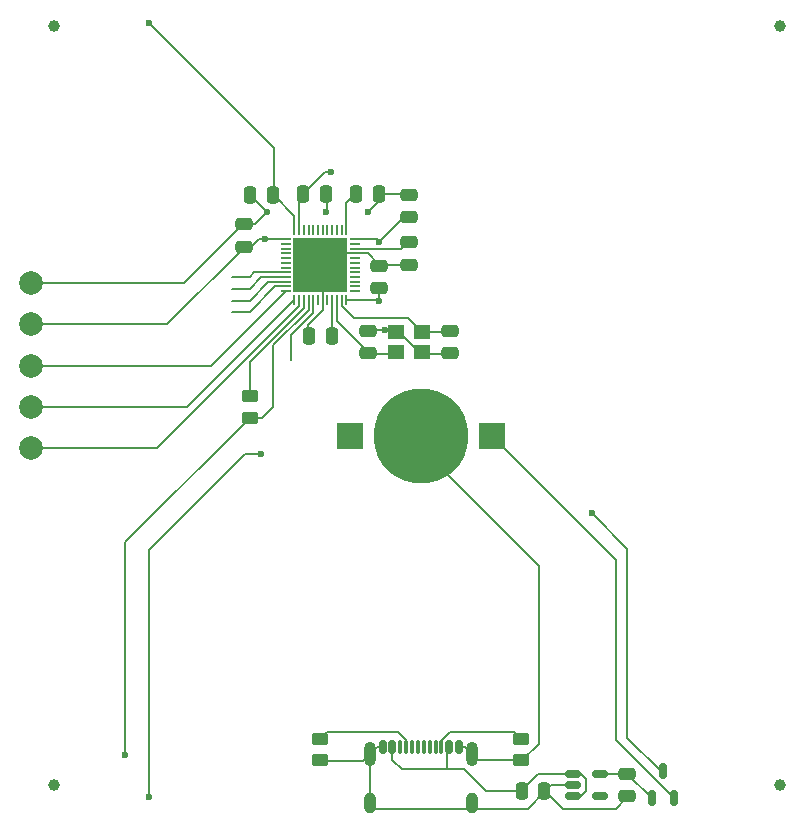
<source format=gbr>
%TF.GenerationSoftware,KiCad,Pcbnew,8.0.5-8.0.5-0~ubuntu24.04.1*%
%TF.CreationDate,2024-10-21T14:47:56+05:00*%
%TF.ProjectId,solartap_mcu_clear_60x60_g400,736f6c61-7274-4617-905f-6d63755f636c,rev?*%
%TF.SameCoordinates,Original*%
%TF.FileFunction,Copper,L1,Top*%
%TF.FilePolarity,Positive*%
%FSLAX46Y46*%
G04 Gerber Fmt 4.6, Leading zero omitted, Abs format (unit mm)*
G04 Created by KiCad (PCBNEW 8.0.5-8.0.5-0~ubuntu24.04.1) date 2024-10-21 14:47:56*
%MOMM*%
%LPD*%
G01*
G04 APERTURE LIST*
G04 Aperture macros list*
%AMRoundRect*
0 Rectangle with rounded corners*
0 $1 Rounding radius*
0 $2 $3 $4 $5 $6 $7 $8 $9 X,Y pos of 4 corners*
0 Add a 4 corners polygon primitive as box body*
4,1,4,$2,$3,$4,$5,$6,$7,$8,$9,$2,$3,0*
0 Add four circle primitives for the rounded corners*
1,1,$1+$1,$2,$3*
1,1,$1+$1,$4,$5*
1,1,$1+$1,$6,$7*
1,1,$1+$1,$8,$9*
0 Add four rect primitives between the rounded corners*
20,1,$1+$1,$2,$3,$4,$5,0*
20,1,$1+$1,$4,$5,$6,$7,0*
20,1,$1+$1,$6,$7,$8,$9,0*
20,1,$1+$1,$8,$9,$2,$3,0*%
G04 Aperture macros list end*
%TA.AperFunction,SMDPad,CuDef*%
%ADD10C,1.000000*%
%TD*%
%TA.AperFunction,SMDPad,CuDef*%
%ADD11C,2.000000*%
%TD*%
%TA.AperFunction,SMDPad,CuDef*%
%ADD12RoundRect,0.250000X0.475000X-0.250000X0.475000X0.250000X-0.475000X0.250000X-0.475000X-0.250000X0*%
%TD*%
%TA.AperFunction,SMDPad,CuDef*%
%ADD13RoundRect,0.250000X-0.250000X-0.475000X0.250000X-0.475000X0.250000X0.475000X-0.250000X0.475000X0*%
%TD*%
%TA.AperFunction,SMDPad,CuDef*%
%ADD14R,2.200000X2.200000*%
%TD*%
%TA.AperFunction,SMDPad,CuDef*%
%ADD15C,8.000000*%
%TD*%
%TA.AperFunction,SMDPad,CuDef*%
%ADD16RoundRect,0.250000X-0.450000X0.262500X-0.450000X-0.262500X0.450000X-0.262500X0.450000X0.262500X0*%
%TD*%
%TA.AperFunction,SMDPad,CuDef*%
%ADD17RoundRect,0.250000X0.250000X0.475000X-0.250000X0.475000X-0.250000X-0.475000X0.250000X-0.475000X0*%
%TD*%
%TA.AperFunction,SMDPad,CuDef*%
%ADD18RoundRect,0.250000X-0.475000X0.250000X-0.475000X-0.250000X0.475000X-0.250000X0.475000X0.250000X0*%
%TD*%
%TA.AperFunction,SMDPad,CuDef*%
%ADD19RoundRect,0.150000X-0.150000X-0.425000X0.150000X-0.425000X0.150000X0.425000X-0.150000X0.425000X0*%
%TD*%
%TA.AperFunction,SMDPad,CuDef*%
%ADD20RoundRect,0.075000X-0.075000X-0.500000X0.075000X-0.500000X0.075000X0.500000X-0.075000X0.500000X0*%
%TD*%
%TA.AperFunction,ComponentPad*%
%ADD21O,1.000000X2.100000*%
%TD*%
%TA.AperFunction,ComponentPad*%
%ADD22O,1.000000X1.800000*%
%TD*%
%TA.AperFunction,SMDPad,CuDef*%
%ADD23RoundRect,0.050000X-0.050000X0.350000X-0.050000X-0.350000X0.050000X-0.350000X0.050000X0.350000X0*%
%TD*%
%TA.AperFunction,SMDPad,CuDef*%
%ADD24RoundRect,0.050000X-0.350000X0.050000X-0.350000X-0.050000X0.350000X-0.050000X0.350000X0.050000X0*%
%TD*%
%TA.AperFunction,HeatsinkPad*%
%ADD25R,4.600000X4.600000*%
%TD*%
%TA.AperFunction,SMDPad,CuDef*%
%ADD26R,1.400000X1.200000*%
%TD*%
%TA.AperFunction,SMDPad,CuDef*%
%ADD27RoundRect,0.250000X0.450000X-0.262500X0.450000X0.262500X-0.450000X0.262500X-0.450000X-0.262500X0*%
%TD*%
%TA.AperFunction,SMDPad,CuDef*%
%ADD28RoundRect,0.150000X-0.512500X-0.150000X0.512500X-0.150000X0.512500X0.150000X-0.512500X0.150000X0*%
%TD*%
%TA.AperFunction,SMDPad,CuDef*%
%ADD29RoundRect,0.150000X0.150000X-0.512500X0.150000X0.512500X-0.150000X0.512500X-0.150000X-0.512500X0*%
%TD*%
%TA.AperFunction,ViaPad*%
%ADD30C,0.600000*%
%TD*%
%TA.AperFunction,Conductor*%
%ADD31C,0.200000*%
%TD*%
G04 APERTURE END LIST*
D10*
%TO.P,REF\u002A\u002A,*%
%TO.N,*%
X125452000Y-42754000D03*
%TD*%
%TO.P,REF\u002A\u002A,*%
%TO.N,*%
X63984000Y-107016000D03*
%TD*%
%TO.P,REF\u002A\u002A,*%
%TO.N,*%
X125452000Y-107016000D03*
%TD*%
%TO.P,REF\u002A\u002A,*%
%TO.N,*%
X63984000Y-42754000D03*
%TD*%
D11*
%TO.P,TP1,1,1*%
%TO.N,Net-(U1-SWDIO)*%
X62000000Y-78500000D03*
%TD*%
D12*
%TO.P,C5,1*%
%TO.N,+3.3V*%
X80000000Y-61450000D03*
%TO.P,C5,2*%
%TO.N,GND*%
X80000000Y-59550000D03*
%TD*%
%TO.P,C4,1*%
%TO.N,+3.3V*%
X94000000Y-58950000D03*
%TO.P,C4,2*%
%TO.N,GND*%
X94000000Y-57050000D03*
%TD*%
%TO.P,C3,1*%
%TO.N,+3.3V*%
X91500000Y-64950000D03*
%TO.P,C3,2*%
%TO.N,GND*%
X91500000Y-63050000D03*
%TD*%
D11*
%TO.P,TP2,1,1*%
%TO.N,Net-(U1-SWDCLK)*%
X62000000Y-75000000D03*
%TD*%
D13*
%TO.P,C12,1*%
%TO.N,Net-(U2-EN)*%
X103550000Y-107500000D03*
%TO.P,C12,2*%
%TO.N,GND*%
X105450000Y-107500000D03*
%TD*%
D11*
%TO.P,TP3,1,1*%
%TO.N,Net-(U1-P0.21{slash}~{RESET})*%
X62000000Y-71500000D03*
%TD*%
D14*
%TO.P,BT1,1,+*%
%TO.N,Net-(BT1-+)*%
X89000000Y-77500000D03*
X101000000Y-77500000D03*
D15*
%TO.P,BT1,2,-*%
%TO.N,GND*%
X95000000Y-77500000D03*
%TD*%
D16*
%TO.P,R1,1*%
%TO.N,Net-(U1-P0.22)*%
X80500000Y-74087500D03*
%TO.P,R1,2*%
%TO.N,Net-(D1-K)*%
X80500000Y-75912500D03*
%TD*%
D17*
%TO.P,C10,1*%
%TO.N,Net-(U1-NFC1{slash}P0.09)*%
X82450000Y-57030000D03*
%TO.P,C10,2*%
%TO.N,GND*%
X80550000Y-57030000D03*
%TD*%
D13*
%TO.P,C8,1*%
%TO.N,Net-(U1-DEC1)*%
X89550000Y-57000000D03*
%TO.P,C8,2*%
%TO.N,GND*%
X91450000Y-57000000D03*
%TD*%
D18*
%TO.P,C11,1*%
%TO.N,Net-(U2-OUT)*%
X112500000Y-106050000D03*
%TO.P,C11,2*%
%TO.N,GND*%
X112500000Y-107950000D03*
%TD*%
D19*
%TO.P,J1,A1,GND*%
%TO.N,GND*%
X91800000Y-103820000D03*
%TO.P,J1,A4,VBUS*%
%TO.N,Net-(U2-EN)*%
X92600000Y-103820000D03*
D20*
%TO.P,J1,A5,CC1*%
%TO.N,Net-(J1-CC1)*%
X93750000Y-103820000D03*
%TO.P,J1,A6,D+*%
%TO.N,unconnected-(J1-D+-PadA6)*%
X94750000Y-103820000D03*
%TO.P,J1,A7,D-*%
%TO.N,unconnected-(J1-D--PadA7)*%
X95250000Y-103820000D03*
%TO.P,J1,A8,SBU1*%
%TO.N,unconnected-(J1-SBU1-PadA8)*%
X96250000Y-103820000D03*
D19*
%TO.P,J1,A9,VBUS*%
%TO.N,Net-(U2-EN)*%
X97400000Y-103820000D03*
%TO.P,J1,A12,GND*%
%TO.N,GND*%
X98200000Y-103820000D03*
%TO.P,J1,B1,GND*%
X98200000Y-103820000D03*
%TO.P,J1,B4,VBUS*%
%TO.N,Net-(U2-EN)*%
X97400000Y-103820000D03*
D20*
%TO.P,J1,B5,CC2*%
%TO.N,Net-(J1-CC2)*%
X96750000Y-103820000D03*
%TO.P,J1,B6,D+*%
%TO.N,unconnected-(J1-D+-PadB6)*%
X95750000Y-103820000D03*
%TO.P,J1,B7,D-*%
%TO.N,unconnected-(J1-D--PadB7)*%
X94250000Y-103820000D03*
%TO.P,J1,B8,SBU2*%
%TO.N,unconnected-(J1-SBU2-PadB8)*%
X93250000Y-103820000D03*
D19*
%TO.P,J1,B9,VBUS*%
%TO.N,Net-(U2-EN)*%
X92600000Y-103820000D03*
%TO.P,J1,B12,GND*%
%TO.N,GND*%
X91800000Y-103820000D03*
D21*
%TO.P,J1,S1,SHIELD*%
X90680000Y-104395000D03*
D22*
X90680000Y-108575000D03*
D21*
X99320000Y-104395000D03*
D22*
X99320000Y-108575000D03*
%TD*%
D23*
%TO.P,U1,1,DEC1*%
%TO.N,Net-(U1-DEC1)*%
X88700000Y-60050000D03*
%TO.P,U1,2,P0.00/XL1*%
%TO.N,unconnected-(U1-P0.00{slash}XL1-Pad2)*%
X88300000Y-60050000D03*
%TO.P,U1,3,P0.01/XL2*%
%TO.N,unconnected-(U1-P0.01{slash}XL2-Pad3)*%
X87900000Y-60050000D03*
%TO.P,U1,4,P0.02/AIN0*%
%TO.N,unconnected-(U1-P0.02{slash}AIN0-Pad4)*%
X87500000Y-60050000D03*
%TO.P,U1,5,P0.03/AIN1*%
%TO.N,unconnected-(U1-P0.03{slash}AIN1-Pad5)*%
X87100000Y-60050000D03*
%TO.P,U1,6,P0.04/AIN2*%
%TO.N,unconnected-(U1-P0.04{slash}AIN2-Pad6)*%
X86700000Y-60050000D03*
%TO.P,U1,7,P0.05/AIN3*%
%TO.N,unconnected-(U1-P0.05{slash}AIN3-Pad7)*%
X86300000Y-60050000D03*
%TO.P,U1,8,P0.06*%
%TO.N,unconnected-(U1-P0.06-Pad8)*%
X85900000Y-60050000D03*
%TO.P,U1,9,P0.07*%
%TO.N,unconnected-(U1-P0.07-Pad9)*%
X85500000Y-60050000D03*
%TO.P,U1,10,P0.08*%
%TO.N,unconnected-(U1-P0.08-Pad10)*%
X85100000Y-60050000D03*
%TO.P,U1,11,NFC1/P0.09*%
%TO.N,Net-(U1-NFC1{slash}P0.09)*%
X84700000Y-60050000D03*
%TO.P,U1,12,NFC2/P0.10*%
X84300000Y-60050000D03*
D24*
%TO.P,U1,13,VDD*%
%TO.N,+3.3V*%
X83550000Y-60800000D03*
%TO.P,U1,14,P0.11*%
%TO.N,unconnected-(U1-P0.11-Pad14)*%
X83550000Y-61200000D03*
%TO.P,U1,15,P0.12*%
%TO.N,unconnected-(U1-P0.12-Pad15)*%
X83550000Y-61600000D03*
%TO.P,U1,16,P0.13*%
%TO.N,unconnected-(U1-P0.13-Pad16)*%
X83550000Y-62000000D03*
%TO.P,U1,17,P0.14*%
%TO.N,unconnected-(U1-P0.14-Pad17)*%
X83550000Y-62400000D03*
%TO.P,U1,18,P0.15*%
%TO.N,unconnected-(U1-P0.15-Pad18)*%
X83550000Y-62800000D03*
%TO.P,U1,19,P0.16*%
%TO.N,unconnected-(U1-P0.16-Pad19)*%
X83550000Y-63200000D03*
%TO.P,U1,20,P0.17*%
%TO.N,unconnected-(U1-P0.17-Pad20)*%
X83550000Y-63600000D03*
%TO.P,U1,21,P0.18/SWO*%
%TO.N,unconnected-(U1-P0.18{slash}SWO-Pad21)*%
X83550000Y-64000000D03*
%TO.P,U1,22,P0.19*%
%TO.N,unconnected-(U1-P0.19-Pad22)*%
X83550000Y-64400000D03*
%TO.P,U1,23,P0.20*%
%TO.N,unconnected-(U1-P0.20-Pad23)*%
X83550000Y-64800000D03*
%TO.P,U1,24,P0.21/~{RESET}*%
%TO.N,Net-(U1-P0.21{slash}~{RESET})*%
X83550000Y-65200000D03*
D23*
%TO.P,U1,25,SWDCLK*%
%TO.N,Net-(U1-SWDCLK)*%
X84300000Y-65950000D03*
%TO.P,U1,26,SWDIO*%
%TO.N,Net-(U1-SWDIO)*%
X84700000Y-65950000D03*
%TO.P,U1,27,P0.22*%
%TO.N,Net-(U1-P0.22)*%
X85100000Y-65950000D03*
%TO.P,U1,28,P0.23*%
%TO.N,Net-(D1-K)*%
X85500000Y-65950000D03*
%TO.P,U1,29,P0.24*%
%TO.N,unconnected-(U1-P0.24-Pad29)*%
X85900000Y-65950000D03*
%TO.P,U1,30,ANT*%
%TO.N,unconnected-(U1-ANT-Pad30)*%
X86300000Y-65950000D03*
%TO.P,U1,31,VSS*%
%TO.N,GND*%
X86700000Y-65950000D03*
%TO.P,U1,32,DEC2*%
%TO.N,unconnected-(U1-DEC2-Pad32)*%
X87100000Y-65950000D03*
%TO.P,U1,33,DEC3*%
%TO.N,Net-(U1-DEC3)*%
X87500000Y-65950000D03*
%TO.P,U1,34,XC1*%
%TO.N,Net-(U1-XC1)*%
X87900000Y-65950000D03*
%TO.P,U1,35,XC2*%
%TO.N,Net-(U1-XC2)*%
X88300000Y-65950000D03*
%TO.P,U1,36,VDD*%
%TO.N,+3.3V*%
X88700000Y-65950000D03*
D24*
%TO.P,U1,37,P0.25*%
%TO.N,unconnected-(U1-P0.25-Pad37)*%
X89450000Y-65200000D03*
%TO.P,U1,38,P0.26*%
%TO.N,unconnected-(U1-P0.26-Pad38)*%
X89450000Y-64800000D03*
%TO.P,U1,39,P0.27*%
%TO.N,unconnected-(U1-P0.27-Pad39)*%
X89450000Y-64400000D03*
%TO.P,U1,40,P0.28/AIN4*%
%TO.N,unconnected-(U1-P0.28{slash}AIN4-Pad40)*%
X89450000Y-64000000D03*
%TO.P,U1,41,P0.29/AIN5*%
%TO.N,unconnected-(U1-P0.29{slash}AIN5-Pad41)*%
X89450000Y-63600000D03*
%TO.P,U1,42,P0.30/AIN6*%
%TO.N,unconnected-(U1-P0.30{slash}AIN6-Pad42)*%
X89450000Y-63200000D03*
%TO.P,U1,43,P0.31/AIN7*%
%TO.N,unconnected-(U1-P0.31{slash}AIN7-Pad43)*%
X89450000Y-62800000D03*
%TO.P,U1,44,NC*%
%TO.N,unconnected-(U1-NC-Pad44)*%
X89450000Y-62400000D03*
%TO.P,U1,45,VSS*%
%TO.N,GND*%
X89450000Y-62000000D03*
%TO.P,U1,46,DEC4*%
%TO.N,Net-(U1-DEC4)*%
X89450000Y-61600000D03*
%TO.P,U1,47,DCC*%
%TO.N,unconnected-(U1-DCC-Pad47)*%
X89450000Y-61200000D03*
%TO.P,U1,48,VDD*%
%TO.N,+3.3V*%
X89450000Y-60800000D03*
D25*
%TO.P,U1,49,VSS*%
%TO.N,GND*%
X86500000Y-63000000D03*
%TD*%
D11*
%TO.P,TP4,1,1*%
%TO.N,GND*%
X62000000Y-64500000D03*
%TD*%
D18*
%TO.P,C6,1*%
%TO.N,Net-(U1-DEC4)*%
X94000000Y-61050000D03*
%TO.P,C6,2*%
%TO.N,GND*%
X94000000Y-62950000D03*
%TD*%
%TO.P,C2,1*%
%TO.N,Net-(U1-XC2)*%
X97500000Y-68550000D03*
%TO.P,C2,2*%
%TO.N,GND*%
X97500000Y-70450000D03*
%TD*%
D17*
%TO.P,C7,1*%
%TO.N,Net-(U1-DEC3)*%
X87450000Y-69000000D03*
%TO.P,C7,2*%
%TO.N,GND*%
X85550000Y-69000000D03*
%TD*%
D11*
%TO.P,TP5,1,1*%
%TO.N,+3.3V*%
X62000000Y-68000000D03*
%TD*%
D26*
%TO.P,Y1,1,1*%
%TO.N,Net-(U1-XC1)*%
X92900000Y-70350000D03*
%TO.P,Y1,2,2*%
%TO.N,GND*%
X95100000Y-70350000D03*
%TO.P,Y1,3,3*%
%TO.N,Net-(U1-XC2)*%
X95100000Y-68650000D03*
%TO.P,Y1,4,4*%
%TO.N,GND*%
X92900000Y-68650000D03*
%TD*%
D27*
%TO.P,R2,1*%
%TO.N,GND*%
X86500000Y-104912500D03*
%TO.P,R2,2*%
%TO.N,Net-(J1-CC1)*%
X86500000Y-103087500D03*
%TD*%
D17*
%TO.P,C9,1*%
%TO.N,GND*%
X86950000Y-57000000D03*
%TO.P,C9,2*%
%TO.N,Net-(U1-NFC1{slash}P0.09)*%
X85050000Y-57000000D03*
%TD*%
D28*
%TO.P,U2,1,IN*%
%TO.N,Net-(U2-EN)*%
X107862500Y-106050000D03*
%TO.P,U2,2,GND*%
%TO.N,GND*%
X107862500Y-107000000D03*
%TO.P,U2,3,EN*%
%TO.N,Net-(U2-EN)*%
X107862500Y-107950000D03*
%TO.P,U2,4,NC*%
%TO.N,unconnected-(U2-NC-Pad4)*%
X110137500Y-107950000D03*
%TO.P,U2,5,OUT*%
%TO.N,Net-(U2-OUT)*%
X110137500Y-106050000D03*
%TD*%
D29*
%TO.P,D2,1,K*%
%TO.N,Net-(U2-OUT)*%
X114550000Y-108137500D03*
%TO.P,D2,2,K*%
%TO.N,Net-(BT1-+)*%
X116450000Y-108137500D03*
%TO.P,D2,3,A*%
%TO.N,+3.3V*%
X115500000Y-105862500D03*
%TD*%
D16*
%TO.P,R3,1*%
%TO.N,Net-(J1-CC2)*%
X103500000Y-103087500D03*
%TO.P,R3,2*%
%TO.N,GND*%
X103500000Y-104912500D03*
%TD*%
D12*
%TO.P,C1,1*%
%TO.N,Net-(U1-XC1)*%
X90500000Y-70450000D03*
%TO.P,C1,2*%
%TO.N,GND*%
X90500000Y-68550000D03*
%TD*%
D30*
%TO.N,+3.3V*%
X72000000Y-108000000D03*
X81800000Y-60800000D03*
X81500000Y-79000000D03*
X91500000Y-66000000D03*
X91500000Y-61000000D03*
X109500000Y-84000000D03*
%TO.N,GND*%
X88000000Y-61500000D03*
X93500000Y-74500000D03*
X88000000Y-64500000D03*
X87000000Y-58500000D03*
X90500000Y-58500000D03*
X92000000Y-68500000D03*
X85000000Y-61500000D03*
X82000000Y-58500000D03*
%TO.N,Net-(U1-NFC1{slash}P0.09)*%
X87400000Y-55100000D03*
X72000000Y-42500000D03*
%TO.N,Net-(D1-K)*%
X70000000Y-104500000D03*
%TD*%
D31*
%TO.N,+3.3V*%
X81800000Y-60800000D02*
X81267500Y-60800000D01*
X91500000Y-66000000D02*
X91500000Y-65037500D01*
X93462500Y-59037500D02*
X94000000Y-59037500D01*
X81500000Y-79000000D02*
X80093336Y-79000000D01*
X62000000Y-68000000D02*
X73537500Y-68000000D01*
X115362500Y-105862500D02*
X115500000Y-105862500D01*
X73537500Y-68000000D02*
X80000000Y-61537500D01*
X91450000Y-65950000D02*
X91500000Y-66000000D01*
X81267500Y-60800000D02*
X80500000Y-61567500D01*
X112500000Y-87000000D02*
X112500000Y-103000000D01*
X91500000Y-66000000D02*
X91550000Y-65950000D01*
X81800000Y-60800000D02*
X83550000Y-60800000D01*
X91500000Y-61000000D02*
X93462500Y-59037500D01*
X72000000Y-87093336D02*
X72000000Y-108000000D01*
X91300000Y-60800000D02*
X89450000Y-60800000D01*
X91500000Y-61000000D02*
X91300000Y-60800000D01*
X80093336Y-79000000D02*
X72000000Y-87093336D01*
X109500000Y-84000000D02*
X112500000Y-87000000D01*
X88700000Y-65950000D02*
X91450000Y-65950000D01*
X112500000Y-103000000D02*
X115362500Y-105862500D01*
%TO.N,GND*%
X81007500Y-59492500D02*
X82000000Y-58500000D01*
X91537500Y-57462500D02*
X90500000Y-58500000D01*
X99837500Y-104912500D02*
X103587500Y-104912500D01*
X74962500Y-64500000D02*
X80000000Y-59462500D01*
X90500000Y-68462500D02*
X92712500Y-68462500D01*
X105537500Y-107500000D02*
X107037500Y-109000000D01*
X82000000Y-58500000D02*
X80530000Y-57030000D01*
X99320000Y-104395000D02*
X99837500Y-104912500D01*
X90680000Y-109075000D02*
X100750000Y-109075000D01*
X86700000Y-66800000D02*
X85462500Y-68037500D01*
X105000000Y-88500000D02*
X95000000Y-78500000D01*
X80530000Y-57030000D02*
X80462500Y-57030000D01*
X95537500Y-70537500D02*
X97500000Y-70537500D01*
X92900000Y-68650000D02*
X93150000Y-68650000D01*
X104037500Y-109000000D02*
X105537500Y-107500000D01*
X95350000Y-70350000D02*
X95537500Y-70537500D01*
X87500000Y-62000000D02*
X86500000Y-63000000D01*
X100825000Y-109000000D02*
X104037500Y-109000000D01*
X91537500Y-57000000D02*
X91537500Y-57462500D01*
X111537500Y-109000000D02*
X112500000Y-108037500D01*
X106037500Y-107000000D02*
X107862500Y-107000000D01*
X89450000Y-62000000D02*
X90537500Y-62000000D01*
X92712500Y-68462500D02*
X92900000Y-68650000D01*
X105000000Y-103500000D02*
X105000000Y-88500000D01*
X93150000Y-68650000D02*
X94850000Y-70350000D01*
X107037500Y-109000000D02*
X111537500Y-109000000D01*
X98200000Y-103820000D02*
X98745000Y-103820000D01*
X93962500Y-57000000D02*
X94000000Y-56962500D01*
X87000000Y-58500000D02*
X87037500Y-58462500D01*
X95100000Y-70350000D02*
X95350000Y-70350000D01*
X91500000Y-62962500D02*
X93925000Y-62962500D01*
X91255000Y-103820000D02*
X90680000Y-104395000D01*
X103587500Y-104912500D02*
X105000000Y-103500000D01*
X90537500Y-62000000D02*
X91500000Y-62962500D01*
X62000000Y-64500000D02*
X74962500Y-64500000D01*
X89450000Y-62000000D02*
X87500000Y-62000000D01*
X86700000Y-65950000D02*
X86700000Y-66800000D01*
X91537500Y-57000000D02*
X91500000Y-57000000D01*
X100750000Y-109075000D02*
X100825000Y-109000000D01*
X90075000Y-105000000D02*
X90680000Y-104395000D01*
X80500000Y-59492500D02*
X81007500Y-59492500D01*
X94850000Y-70350000D02*
X95100000Y-70350000D01*
X85462500Y-68037500D02*
X85462500Y-69000000D01*
X91800000Y-103820000D02*
X91255000Y-103820000D01*
X91500000Y-57000000D02*
X93962500Y-57000000D01*
X105537500Y-107500000D02*
X106037500Y-107000000D01*
X93925000Y-62962500D02*
X94000000Y-63037500D01*
X86500000Y-105000000D02*
X90075000Y-105000000D01*
X98745000Y-103820000D02*
X99320000Y-104395000D01*
X87037500Y-58462500D02*
X87037500Y-57030000D01*
X86700000Y-65950000D02*
X86700000Y-63200000D01*
X86700000Y-63200000D02*
X86500000Y-63000000D01*
X85537500Y-69075000D02*
X85462500Y-69000000D01*
X90680000Y-104395000D02*
X90680000Y-108575000D01*
%TO.N,Net-(U1-DEC1)*%
X88700000Y-57762500D02*
X89462500Y-57000000D01*
X88700000Y-60050000D02*
X88700000Y-57762500D01*
%TO.N,Net-(U1-DEC3)*%
X87500000Y-65950000D02*
X87500000Y-68962500D01*
X87500000Y-68962500D02*
X87537500Y-69000000D01*
%TO.N,Net-(U1-DEC4)*%
X89450000Y-61600000D02*
X93362500Y-61600000D01*
X93362500Y-61600000D02*
X94000000Y-60962500D01*
%TO.N,Net-(U1-XC1)*%
X87900000Y-65950000D02*
X87900000Y-67765256D01*
X90500000Y-70537500D02*
X92712500Y-70537500D01*
X92712500Y-70537500D02*
X92900000Y-70350000D01*
X87900000Y-67765256D02*
X90500000Y-70365256D01*
X90500000Y-70365256D02*
X90500000Y-70537500D01*
%TO.N,Net-(U1-XC2)*%
X89353640Y-67500000D02*
X93950000Y-67500000D01*
X88300000Y-66446360D02*
X89353640Y-67500000D01*
X95100000Y-68650000D02*
X97312500Y-68650000D01*
X88300000Y-65950000D02*
X88300000Y-66446360D01*
X97312500Y-68650000D02*
X97500000Y-68462500D01*
X93950000Y-67500000D02*
X95100000Y-68650000D01*
%TO.N,Net-(U1-NFC1{slash}P0.09)*%
X82537500Y-57030000D02*
X82537500Y-53037500D01*
X82537500Y-53037500D02*
X72000000Y-42500000D01*
X84300000Y-60050000D02*
X84300000Y-58792500D01*
X87400000Y-54900000D02*
X87400000Y-55100000D01*
X87400000Y-55100000D02*
X86892500Y-55100000D01*
X84700000Y-57725000D02*
X84700000Y-60050000D01*
X84962500Y-57030000D02*
X84962500Y-57462500D01*
X84962500Y-57462500D02*
X84700000Y-57725000D01*
X84300000Y-58792500D02*
X82537500Y-57030000D01*
X86892500Y-55100000D02*
X84962500Y-57030000D01*
%TO.N,Net-(D1-K)*%
X82500000Y-75000000D02*
X81587500Y-75912500D01*
X85500000Y-65950000D02*
X85500000Y-66777732D01*
X80500000Y-75912500D02*
X70000000Y-86412500D01*
X81587500Y-75912500D02*
X80500000Y-75912500D01*
X85500000Y-66777732D02*
X82500000Y-69777732D01*
X70000000Y-86412500D02*
X70000000Y-104500000D01*
X82500000Y-69777732D02*
X82500000Y-75000000D01*
%TO.N,Net-(U1-P0.22)*%
X80500000Y-71212046D02*
X80500000Y-74087500D01*
X85100000Y-66612046D02*
X80500000Y-71212046D01*
X85100000Y-65950000D02*
X85100000Y-66612046D01*
%TO.N,Net-(J1-CC1)*%
X86500000Y-103087500D02*
X87087500Y-102500000D01*
X93750000Y-103212590D02*
X93750000Y-103820000D01*
X87087500Y-102500000D02*
X93037410Y-102500000D01*
X93750000Y-103712590D02*
X93750000Y-104320000D01*
X93037410Y-102500000D02*
X93750000Y-103212590D01*
%TO.N,Net-(J1-CC2)*%
X96750000Y-103245001D02*
X97495001Y-102500000D01*
X96750000Y-103820000D02*
X96750000Y-103245001D01*
X96750000Y-103745001D02*
X96750000Y-104320000D01*
X102912500Y-102500000D02*
X103500000Y-103087500D01*
X97495001Y-102500000D02*
X102912500Y-102500000D01*
%TO.N,Net-(U1-P0.21{slash}~{RESET})*%
X83550000Y-65200000D02*
X77250000Y-71500000D01*
X77250000Y-71500000D02*
X62000000Y-71500000D01*
%TO.N,Net-(U1-SWDCLK)*%
X75250000Y-75000000D02*
X63000000Y-75000000D01*
X84300000Y-65950000D02*
X75250000Y-75000000D01*
%TO.N,Net-(U1-SWDIO)*%
X84700000Y-66446360D02*
X72646360Y-78500000D01*
X84700000Y-65950000D02*
X84700000Y-66446360D01*
X72646360Y-78500000D02*
X62000000Y-78500000D01*
%TO.N,unconnected-(U1-P0.19-Pad22)*%
X80500000Y-66000000D02*
X79000000Y-66000000D01*
X83550000Y-64400000D02*
X82100000Y-64400000D01*
X82100000Y-64400000D02*
X80500000Y-66000000D01*
%TO.N,unconnected-(U1-P0.18{slash}SWO-Pad21)*%
X80500000Y-65000000D02*
X79000000Y-65000000D01*
X83550000Y-64000000D02*
X81500000Y-64000000D01*
X81500000Y-64000000D02*
X80500000Y-65000000D01*
%TO.N,unconnected-(U1-P0.24-Pad29)*%
X84000000Y-68934314D02*
X84000000Y-71000000D01*
X85900000Y-67034314D02*
X84000000Y-68934314D01*
X85900000Y-65950000D02*
X85900000Y-67034314D01*
%TO.N,unconnected-(U1-P0.17-Pad20)*%
X80900000Y-63600000D02*
X80500000Y-64000000D01*
X80500000Y-64000000D02*
X79000000Y-64000000D01*
X83550000Y-63600000D02*
X80900000Y-63600000D01*
%TO.N,unconnected-(U1-P0.20-Pad23)*%
X83550000Y-64800000D02*
X82700000Y-64800000D01*
X80500000Y-67000000D02*
X79000000Y-67000000D01*
X82700000Y-64800000D02*
X80500000Y-67000000D01*
%TO.N,Net-(U2-EN)*%
X93379595Y-105674594D02*
X97215000Y-105674594D01*
X109000000Y-107500000D02*
X108550000Y-107950000D01*
X100500000Y-107500000D02*
X98674594Y-105674594D01*
X107862500Y-106050000D02*
X104912500Y-106050000D01*
X108524999Y-106050000D02*
X109000000Y-106525001D01*
X109000000Y-106525001D02*
X109000000Y-107500000D01*
X104912500Y-106050000D02*
X103462500Y-107500000D01*
X97400000Y-103820000D02*
X97215000Y-104005000D01*
X98674594Y-105674594D02*
X97215000Y-105674594D01*
X103462500Y-107500000D02*
X100500000Y-107500000D01*
X92600000Y-104894999D02*
X93379595Y-105674594D01*
X108550000Y-107950000D02*
X107862500Y-107950000D01*
X97215000Y-104005000D02*
X97215000Y-105674594D01*
X107862500Y-106050000D02*
X108524999Y-106050000D01*
X92600000Y-104320000D02*
X92600000Y-104894999D01*
%TO.N,Net-(BT1-+)*%
X111500000Y-103187500D02*
X116450000Y-108137500D01*
X101000000Y-77500000D02*
X111500000Y-88000000D01*
X111500000Y-88000000D02*
X111500000Y-103187500D01*
%TO.N,Net-(U2-OUT)*%
X110137500Y-106050000D02*
X112412500Y-106050000D01*
X114550000Y-108137500D02*
X112500000Y-106087500D01*
X112412500Y-106050000D02*
X112500000Y-105962500D01*
X112500000Y-106087500D02*
X112500000Y-105962500D01*
%TD*%
M02*

</source>
